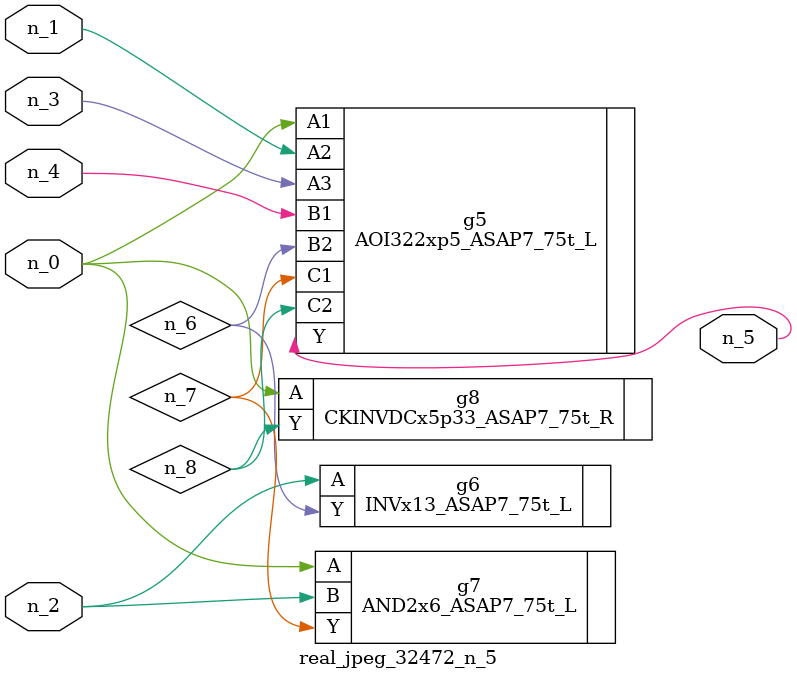
<source format=v>
module real_jpeg_32472_n_5 (n_4, n_0, n_1, n_2, n_3, n_5);

input n_4;
input n_0;
input n_1;
input n_2;
input n_3;

output n_5;

wire n_8;
wire n_6;
wire n_7;

AOI322xp5_ASAP7_75t_L g5 ( 
.A1(n_0),
.A2(n_1),
.A3(n_3),
.B1(n_4),
.B2(n_6),
.C1(n_7),
.C2(n_8),
.Y(n_5)
);

AND2x6_ASAP7_75t_L g7 ( 
.A(n_0),
.B(n_2),
.Y(n_7)
);

CKINVDCx5p33_ASAP7_75t_R g8 ( 
.A(n_0),
.Y(n_8)
);

INVx13_ASAP7_75t_L g6 ( 
.A(n_2),
.Y(n_6)
);


endmodule
</source>
